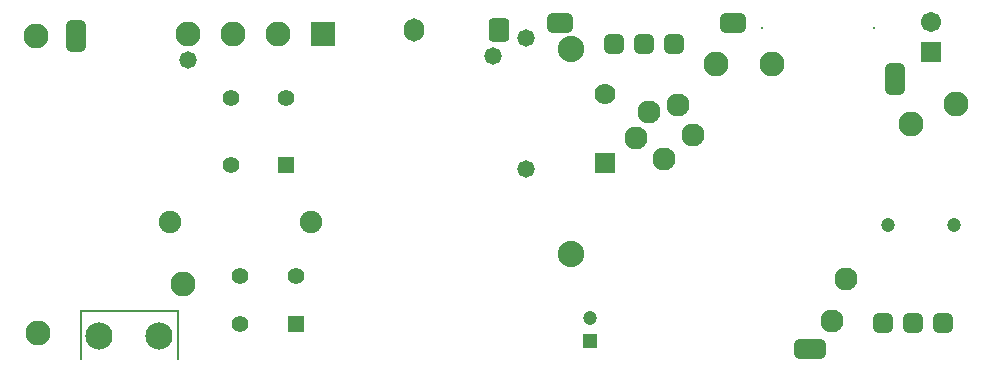
<source format=gts>
G04*
G04 #@! TF.GenerationSoftware,Altium Limited,Altium Designer,19.0.15 (446)*
G04*
G04 Layer_Color=8388736*
%FSLAX25Y25*%
%MOIN*%
G70*
G01*
G75*
%ADD19R,0.00500X0.16500*%
%ADD21R,0.33000X0.00500*%
%ADD22C,0.06737*%
%ADD23R,0.06737X0.06737*%
%ADD24C,0.08300*%
G04:AMPARAMS|DCode=25|XSize=106.42mil|YSize=67.06mil|CornerRadius=18.76mil|HoleSize=0mil|Usage=FLASHONLY|Rotation=0.000|XOffset=0mil|YOffset=0mil|HoleType=Round|Shape=RoundedRectangle|*
%AMROUNDEDRECTD25*
21,1,0.10642,0.02953,0,0,0.0*
21,1,0.06890,0.06706,0,0,0.0*
1,1,0.03753,0.03445,-0.01476*
1,1,0.03753,-0.03445,-0.01476*
1,1,0.03753,-0.03445,0.01476*
1,1,0.03753,0.03445,0.01476*
%
%ADD25ROUNDEDRECTD25*%
G04:AMPARAMS|DCode=26|XSize=86.74mil|YSize=67.06mil|CornerRadius=18.76mil|HoleSize=0mil|Usage=FLASHONLY|Rotation=0.000|XOffset=0mil|YOffset=0mil|HoleType=Round|Shape=RoundedRectangle|*
%AMROUNDEDRECTD26*
21,1,0.08674,0.02953,0,0,0.0*
21,1,0.04921,0.06706,0,0,0.0*
1,1,0.03753,0.02461,-0.01476*
1,1,0.03753,-0.02461,-0.01476*
1,1,0.03753,-0.02461,0.01476*
1,1,0.03753,0.02461,0.01476*
%
%ADD26ROUNDEDRECTD26*%
G04:AMPARAMS|DCode=27|XSize=67.06mil|YSize=106.42mil|CornerRadius=18.76mil|HoleSize=0mil|Usage=FLASHONLY|Rotation=0.000|XOffset=0mil|YOffset=0mil|HoleType=Round|Shape=RoundedRectangle|*
%AMROUNDEDRECTD27*
21,1,0.06706,0.06890,0,0,0.0*
21,1,0.02953,0.10642,0,0,0.0*
1,1,0.03753,0.01476,-0.03445*
1,1,0.03753,-0.01476,-0.03445*
1,1,0.03753,-0.01476,0.03445*
1,1,0.03753,0.01476,0.03445*
%
%ADD27ROUNDEDRECTD27*%
G04:AMPARAMS|DCode=28|XSize=68mil|YSize=106.42mil|CornerRadius=19mil|HoleSize=0mil|Usage=FLASHONLY|Rotation=0.000|XOffset=0mil|YOffset=0mil|HoleType=Round|Shape=RoundedRectangle|*
%AMROUNDEDRECTD28*
21,1,0.06800,0.06843,0,0,0.0*
21,1,0.03000,0.10642,0,0,0.0*
1,1,0.03800,0.01500,-0.03421*
1,1,0.03800,-0.01500,-0.03421*
1,1,0.03800,-0.01500,0.03421*
1,1,0.03800,0.01500,0.03421*
%
%ADD28ROUNDEDRECTD28*%
%ADD29C,0.07493*%
G04:AMPARAMS|DCode=30|XSize=68mil|YSize=78mil|CornerRadius=11.5mil|HoleSize=0mil|Usage=FLASHONLY|Rotation=180.000|XOffset=0mil|YOffset=0mil|HoleType=Round|Shape=RoundedRectangle|*
%AMROUNDEDRECTD30*
21,1,0.06800,0.05500,0,0,180.0*
21,1,0.04500,0.07800,0,0,180.0*
1,1,0.02300,-0.02250,0.02750*
1,1,0.02300,0.02250,0.02750*
1,1,0.02300,0.02250,-0.02750*
1,1,0.02300,-0.02250,-0.02750*
%
%ADD30ROUNDEDRECTD30*%
%ADD31O,0.06800X0.07800*%
G04:AMPARAMS|DCode=32|XSize=67.06mil|YSize=67.06mil|CornerRadius=18.76mil|HoleSize=0mil|Usage=FLASHONLY|Rotation=0.000|XOffset=0mil|YOffset=0mil|HoleType=Round|Shape=RoundedRectangle|*
%AMROUNDEDRECTD32*
21,1,0.06706,0.02953,0,0,0.0*
21,1,0.02953,0.06706,0,0,0.0*
1,1,0.03753,0.01476,-0.01476*
1,1,0.03753,-0.01476,-0.01476*
1,1,0.03753,-0.01476,0.01476*
1,1,0.03753,0.01476,0.01476*
%
%ADD32ROUNDEDRECTD32*%
%ADD33C,0.08800*%
%ADD34C,0.07001*%
%ADD35R,0.07001X0.07001*%
%ADD36C,0.07700*%
%ADD37C,0.00800*%
%ADD38C,0.08320*%
%ADD39R,0.08320X0.08320*%
%ADD40C,0.04737*%
%ADD41R,0.04737X0.04737*%
%ADD42C,0.05556*%
%ADD43R,0.05556X0.05556*%
%ADD44C,0.09068*%
%ADD45C,0.05800*%
D19*
X270187Y364030D02*
D03*
X237687D02*
D03*
D21*
X253937Y372029D02*
D03*
D22*
X521260Y468386D02*
D03*
D23*
Y458386D02*
D03*
D24*
X222835Y463779D02*
D03*
X529528Y440945D02*
D03*
X449606Y454331D02*
D03*
X468307D02*
D03*
X271654Y381102D02*
D03*
X223622Y364567D02*
D03*
X514567Y434252D02*
D03*
D25*
X480709Y359449D02*
D03*
D26*
X455118Y468110D02*
D03*
X397638D02*
D03*
D27*
X509055Y449213D02*
D03*
D28*
X236221Y463779D02*
D03*
D29*
X267323Y401575D02*
D03*
X314567D02*
D03*
D30*
X377165Y465748D02*
D03*
D31*
X348819D02*
D03*
D32*
X435433Y461024D02*
D03*
X425433D02*
D03*
X415433D02*
D03*
X505118Y368110D02*
D03*
X515118D02*
D03*
X525118D02*
D03*
D33*
X401181Y390945D02*
D03*
Y459449D02*
D03*
D34*
X412598Y444177D02*
D03*
D35*
Y421177D02*
D03*
D36*
X488181Y368634D02*
D03*
X441681Y430634D02*
D03*
X492681Y382634D02*
D03*
X432181Y422634D02*
D03*
X422681Y429634D02*
D03*
X427181Y438134D02*
D03*
X436681Y440634D02*
D03*
D37*
X464764Y466142D02*
D03*
X502165D02*
D03*
D38*
X273563Y464173D02*
D03*
X288563D02*
D03*
X303563D02*
D03*
D39*
X318563D02*
D03*
D40*
X407480Y369685D02*
D03*
X528740Y400787D02*
D03*
X506693D02*
D03*
D41*
X407480Y361811D02*
D03*
D42*
X290905Y383740D02*
D03*
X309405D02*
D03*
X290905Y367740D02*
D03*
X287756Y420496D02*
D03*
X306256Y442996D02*
D03*
X287756D02*
D03*
D43*
X309405Y367740D02*
D03*
X306256Y420496D02*
D03*
D44*
X263937Y363779D02*
D03*
X243937D02*
D03*
D45*
X375197Y457087D02*
D03*
X273622Y455512D02*
D03*
X386221Y462992D02*
D03*
Y419291D02*
D03*
M02*

</source>
